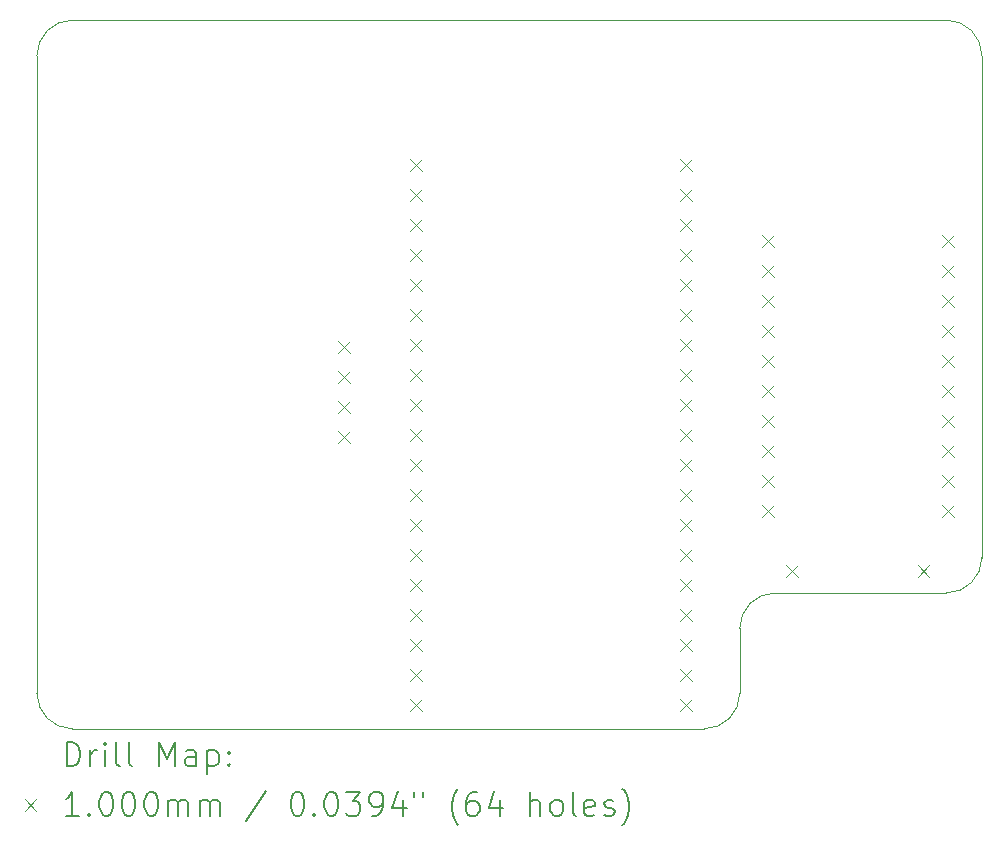
<source format=gbr>
%TF.GenerationSoftware,KiCad,Pcbnew,(6.0.9)*%
%TF.CreationDate,2023-02-13T20:08:36+02:00*%
%TF.ProjectId,vodesht_vyzel,766f6465-7368-4745-9f76-797a656c2e6b,rev?*%
%TF.SameCoordinates,Original*%
%TF.FileFunction,Drillmap*%
%TF.FilePolarity,Positive*%
%FSLAX45Y45*%
G04 Gerber Fmt 4.5, Leading zero omitted, Abs format (unit mm)*
G04 Created by KiCad (PCBNEW (6.0.9)) date 2023-02-13 20:08:36*
%MOMM*%
%LPD*%
G01*
G04 APERTURE LIST*
%ADD10C,0.100000*%
%ADD11C,0.200000*%
G04 APERTURE END LIST*
D10*
X11500000Y-7000000D02*
X11500000Y-12400000D01*
X17450000Y-12400000D02*
X17450000Y-11850000D01*
X17150000Y-12700000D02*
G75*
G03*
X17450000Y-12400000I0J300000D01*
G01*
X11800000Y-12700000D02*
X17150000Y-12700000D01*
X11800000Y-6700000D02*
G75*
G03*
X11500000Y-7000000I0J-300000D01*
G01*
X19200000Y-11550000D02*
X17750000Y-11550000D01*
X19200000Y-11550000D02*
G75*
G03*
X19500000Y-11250000I0J300000D01*
G01*
X19500000Y-7000000D02*
G75*
G03*
X19200000Y-6700000I-300000J0D01*
G01*
X17750000Y-11550000D02*
G75*
G03*
X17450000Y-11850000I0J-300000D01*
G01*
X19500000Y-11250000D02*
X19500000Y-7000000D01*
X11500000Y-12400000D02*
G75*
G03*
X11800000Y-12700000I300000J0D01*
G01*
X19200000Y-6700000D02*
X11800000Y-6700000D01*
D11*
D10*
X14050000Y-9419000D02*
X14150000Y-9519000D01*
X14150000Y-9419000D02*
X14050000Y-9519000D01*
X14050000Y-9673000D02*
X14150000Y-9773000D01*
X14150000Y-9673000D02*
X14050000Y-9773000D01*
X14050000Y-9927000D02*
X14150000Y-10027000D01*
X14150000Y-9927000D02*
X14050000Y-10027000D01*
X14050000Y-10181000D02*
X14150000Y-10281000D01*
X14150000Y-10181000D02*
X14050000Y-10281000D01*
X14657000Y-7876000D02*
X14757000Y-7976000D01*
X14757000Y-7876000D02*
X14657000Y-7976000D01*
X14657000Y-8130000D02*
X14757000Y-8230000D01*
X14757000Y-8130000D02*
X14657000Y-8230000D01*
X14657000Y-8384000D02*
X14757000Y-8484000D01*
X14757000Y-8384000D02*
X14657000Y-8484000D01*
X14657000Y-8638000D02*
X14757000Y-8738000D01*
X14757000Y-8638000D02*
X14657000Y-8738000D01*
X14657000Y-8892000D02*
X14757000Y-8992000D01*
X14757000Y-8892000D02*
X14657000Y-8992000D01*
X14657000Y-9146000D02*
X14757000Y-9246000D01*
X14757000Y-9146000D02*
X14657000Y-9246000D01*
X14657000Y-9400000D02*
X14757000Y-9500000D01*
X14757000Y-9400000D02*
X14657000Y-9500000D01*
X14657000Y-9654000D02*
X14757000Y-9754000D01*
X14757000Y-9654000D02*
X14657000Y-9754000D01*
X14657000Y-9908000D02*
X14757000Y-10008000D01*
X14757000Y-9908000D02*
X14657000Y-10008000D01*
X14657000Y-10162000D02*
X14757000Y-10262000D01*
X14757000Y-10162000D02*
X14657000Y-10262000D01*
X14657000Y-10416000D02*
X14757000Y-10516000D01*
X14757000Y-10416000D02*
X14657000Y-10516000D01*
X14657000Y-10670000D02*
X14757000Y-10770000D01*
X14757000Y-10670000D02*
X14657000Y-10770000D01*
X14657000Y-10924000D02*
X14757000Y-11024000D01*
X14757000Y-10924000D02*
X14657000Y-11024000D01*
X14657000Y-11178000D02*
X14757000Y-11278000D01*
X14757000Y-11178000D02*
X14657000Y-11278000D01*
X14657000Y-11432000D02*
X14757000Y-11532000D01*
X14757000Y-11432000D02*
X14657000Y-11532000D01*
X14657000Y-11686000D02*
X14757000Y-11786000D01*
X14757000Y-11686000D02*
X14657000Y-11786000D01*
X14657000Y-11940000D02*
X14757000Y-12040000D01*
X14757000Y-11940000D02*
X14657000Y-12040000D01*
X14657000Y-12194000D02*
X14757000Y-12294000D01*
X14757000Y-12194000D02*
X14657000Y-12294000D01*
X14657000Y-12448000D02*
X14757000Y-12548000D01*
X14757000Y-12448000D02*
X14657000Y-12548000D01*
X16943000Y-7880000D02*
X17043000Y-7980000D01*
X17043000Y-7880000D02*
X16943000Y-7980000D01*
X16943000Y-8134000D02*
X17043000Y-8234000D01*
X17043000Y-8134000D02*
X16943000Y-8234000D01*
X16943000Y-8388000D02*
X17043000Y-8488000D01*
X17043000Y-8388000D02*
X16943000Y-8488000D01*
X16943000Y-8642000D02*
X17043000Y-8742000D01*
X17043000Y-8642000D02*
X16943000Y-8742000D01*
X16943000Y-8896000D02*
X17043000Y-8996000D01*
X17043000Y-8896000D02*
X16943000Y-8996000D01*
X16943000Y-9150000D02*
X17043000Y-9250000D01*
X17043000Y-9150000D02*
X16943000Y-9250000D01*
X16943000Y-9404000D02*
X17043000Y-9504000D01*
X17043000Y-9404000D02*
X16943000Y-9504000D01*
X16943000Y-9658000D02*
X17043000Y-9758000D01*
X17043000Y-9658000D02*
X16943000Y-9758000D01*
X16943000Y-9912000D02*
X17043000Y-10012000D01*
X17043000Y-9912000D02*
X16943000Y-10012000D01*
X16943000Y-10166000D02*
X17043000Y-10266000D01*
X17043000Y-10166000D02*
X16943000Y-10266000D01*
X16943000Y-10420000D02*
X17043000Y-10520000D01*
X17043000Y-10420000D02*
X16943000Y-10520000D01*
X16943000Y-10674000D02*
X17043000Y-10774000D01*
X17043000Y-10674000D02*
X16943000Y-10774000D01*
X16943000Y-10928000D02*
X17043000Y-11028000D01*
X17043000Y-10928000D02*
X16943000Y-11028000D01*
X16943000Y-11182000D02*
X17043000Y-11282000D01*
X17043000Y-11182000D02*
X16943000Y-11282000D01*
X16943000Y-11436000D02*
X17043000Y-11536000D01*
X17043000Y-11436000D02*
X16943000Y-11536000D01*
X16943000Y-11690000D02*
X17043000Y-11790000D01*
X17043000Y-11690000D02*
X16943000Y-11790000D01*
X16943000Y-11944000D02*
X17043000Y-12044000D01*
X17043000Y-11944000D02*
X16943000Y-12044000D01*
X16943000Y-12198000D02*
X17043000Y-12298000D01*
X17043000Y-12198000D02*
X16943000Y-12298000D01*
X16943000Y-12452000D02*
X17043000Y-12552000D01*
X17043000Y-12452000D02*
X16943000Y-12552000D01*
X17638000Y-8519500D02*
X17738000Y-8619500D01*
X17738000Y-8519500D02*
X17638000Y-8619500D01*
X17638000Y-8773500D02*
X17738000Y-8873500D01*
X17738000Y-8773500D02*
X17638000Y-8873500D01*
X17638000Y-9027500D02*
X17738000Y-9127500D01*
X17738000Y-9027500D02*
X17638000Y-9127500D01*
X17638000Y-9281500D02*
X17738000Y-9381500D01*
X17738000Y-9281500D02*
X17638000Y-9381500D01*
X17638000Y-9535500D02*
X17738000Y-9635500D01*
X17738000Y-9535500D02*
X17638000Y-9635500D01*
X17638000Y-9789500D02*
X17738000Y-9889500D01*
X17738000Y-9789500D02*
X17638000Y-9889500D01*
X17638000Y-10043500D02*
X17738000Y-10143500D01*
X17738000Y-10043500D02*
X17638000Y-10143500D01*
X17638000Y-10297500D02*
X17738000Y-10397500D01*
X17738000Y-10297500D02*
X17638000Y-10397500D01*
X17638000Y-10551500D02*
X17738000Y-10651500D01*
X17738000Y-10551500D02*
X17638000Y-10651500D01*
X17638000Y-10805500D02*
X17738000Y-10905500D01*
X17738000Y-10805500D02*
X17638000Y-10905500D01*
X17844000Y-11313500D02*
X17944000Y-11413500D01*
X17944000Y-11313500D02*
X17844000Y-11413500D01*
X18956000Y-11313500D02*
X19056000Y-11413500D01*
X19056000Y-11313500D02*
X18956000Y-11413500D01*
X19162000Y-8519500D02*
X19262000Y-8619500D01*
X19262000Y-8519500D02*
X19162000Y-8619500D01*
X19162000Y-8773500D02*
X19262000Y-8873500D01*
X19262000Y-8773500D02*
X19162000Y-8873500D01*
X19162000Y-9027500D02*
X19262000Y-9127500D01*
X19262000Y-9027500D02*
X19162000Y-9127500D01*
X19162000Y-9281500D02*
X19262000Y-9381500D01*
X19262000Y-9281500D02*
X19162000Y-9381500D01*
X19162000Y-9535500D02*
X19262000Y-9635500D01*
X19262000Y-9535500D02*
X19162000Y-9635500D01*
X19162000Y-9789500D02*
X19262000Y-9889500D01*
X19262000Y-9789500D02*
X19162000Y-9889500D01*
X19162000Y-10043500D02*
X19262000Y-10143500D01*
X19262000Y-10043500D02*
X19162000Y-10143500D01*
X19162000Y-10297500D02*
X19262000Y-10397500D01*
X19262000Y-10297500D02*
X19162000Y-10397500D01*
X19162000Y-10551500D02*
X19262000Y-10651500D01*
X19262000Y-10551500D02*
X19162000Y-10651500D01*
X19162000Y-10805500D02*
X19262000Y-10905500D01*
X19262000Y-10805500D02*
X19162000Y-10905500D01*
D11*
X11752619Y-13015476D02*
X11752619Y-12815476D01*
X11800238Y-12815476D01*
X11828809Y-12825000D01*
X11847857Y-12844048D01*
X11857381Y-12863095D01*
X11866905Y-12901190D01*
X11866905Y-12929762D01*
X11857381Y-12967857D01*
X11847857Y-12986905D01*
X11828809Y-13005952D01*
X11800238Y-13015476D01*
X11752619Y-13015476D01*
X11952619Y-13015476D02*
X11952619Y-12882143D01*
X11952619Y-12920238D02*
X11962143Y-12901190D01*
X11971667Y-12891667D01*
X11990714Y-12882143D01*
X12009762Y-12882143D01*
X12076428Y-13015476D02*
X12076428Y-12882143D01*
X12076428Y-12815476D02*
X12066905Y-12825000D01*
X12076428Y-12834524D01*
X12085952Y-12825000D01*
X12076428Y-12815476D01*
X12076428Y-12834524D01*
X12200238Y-13015476D02*
X12181190Y-13005952D01*
X12171667Y-12986905D01*
X12171667Y-12815476D01*
X12305000Y-13015476D02*
X12285952Y-13005952D01*
X12276428Y-12986905D01*
X12276428Y-12815476D01*
X12533571Y-13015476D02*
X12533571Y-12815476D01*
X12600238Y-12958333D01*
X12666905Y-12815476D01*
X12666905Y-13015476D01*
X12847857Y-13015476D02*
X12847857Y-12910714D01*
X12838333Y-12891667D01*
X12819286Y-12882143D01*
X12781190Y-12882143D01*
X12762143Y-12891667D01*
X12847857Y-13005952D02*
X12828809Y-13015476D01*
X12781190Y-13015476D01*
X12762143Y-13005952D01*
X12752619Y-12986905D01*
X12752619Y-12967857D01*
X12762143Y-12948809D01*
X12781190Y-12939286D01*
X12828809Y-12939286D01*
X12847857Y-12929762D01*
X12943095Y-12882143D02*
X12943095Y-13082143D01*
X12943095Y-12891667D02*
X12962143Y-12882143D01*
X13000238Y-12882143D01*
X13019286Y-12891667D01*
X13028809Y-12901190D01*
X13038333Y-12920238D01*
X13038333Y-12977381D01*
X13028809Y-12996428D01*
X13019286Y-13005952D01*
X13000238Y-13015476D01*
X12962143Y-13015476D01*
X12943095Y-13005952D01*
X13124048Y-12996428D02*
X13133571Y-13005952D01*
X13124048Y-13015476D01*
X13114524Y-13005952D01*
X13124048Y-12996428D01*
X13124048Y-13015476D01*
X13124048Y-12891667D02*
X13133571Y-12901190D01*
X13124048Y-12910714D01*
X13114524Y-12901190D01*
X13124048Y-12891667D01*
X13124048Y-12910714D01*
D10*
X11395000Y-13295000D02*
X11495000Y-13395000D01*
X11495000Y-13295000D02*
X11395000Y-13395000D01*
D11*
X11857381Y-13435476D02*
X11743095Y-13435476D01*
X11800238Y-13435476D02*
X11800238Y-13235476D01*
X11781190Y-13264048D01*
X11762143Y-13283095D01*
X11743095Y-13292619D01*
X11943095Y-13416428D02*
X11952619Y-13425952D01*
X11943095Y-13435476D01*
X11933571Y-13425952D01*
X11943095Y-13416428D01*
X11943095Y-13435476D01*
X12076428Y-13235476D02*
X12095476Y-13235476D01*
X12114524Y-13245000D01*
X12124048Y-13254524D01*
X12133571Y-13273571D01*
X12143095Y-13311667D01*
X12143095Y-13359286D01*
X12133571Y-13397381D01*
X12124048Y-13416428D01*
X12114524Y-13425952D01*
X12095476Y-13435476D01*
X12076428Y-13435476D01*
X12057381Y-13425952D01*
X12047857Y-13416428D01*
X12038333Y-13397381D01*
X12028809Y-13359286D01*
X12028809Y-13311667D01*
X12038333Y-13273571D01*
X12047857Y-13254524D01*
X12057381Y-13245000D01*
X12076428Y-13235476D01*
X12266905Y-13235476D02*
X12285952Y-13235476D01*
X12305000Y-13245000D01*
X12314524Y-13254524D01*
X12324048Y-13273571D01*
X12333571Y-13311667D01*
X12333571Y-13359286D01*
X12324048Y-13397381D01*
X12314524Y-13416428D01*
X12305000Y-13425952D01*
X12285952Y-13435476D01*
X12266905Y-13435476D01*
X12247857Y-13425952D01*
X12238333Y-13416428D01*
X12228809Y-13397381D01*
X12219286Y-13359286D01*
X12219286Y-13311667D01*
X12228809Y-13273571D01*
X12238333Y-13254524D01*
X12247857Y-13245000D01*
X12266905Y-13235476D01*
X12457381Y-13235476D02*
X12476428Y-13235476D01*
X12495476Y-13245000D01*
X12505000Y-13254524D01*
X12514524Y-13273571D01*
X12524048Y-13311667D01*
X12524048Y-13359286D01*
X12514524Y-13397381D01*
X12505000Y-13416428D01*
X12495476Y-13425952D01*
X12476428Y-13435476D01*
X12457381Y-13435476D01*
X12438333Y-13425952D01*
X12428809Y-13416428D01*
X12419286Y-13397381D01*
X12409762Y-13359286D01*
X12409762Y-13311667D01*
X12419286Y-13273571D01*
X12428809Y-13254524D01*
X12438333Y-13245000D01*
X12457381Y-13235476D01*
X12609762Y-13435476D02*
X12609762Y-13302143D01*
X12609762Y-13321190D02*
X12619286Y-13311667D01*
X12638333Y-13302143D01*
X12666905Y-13302143D01*
X12685952Y-13311667D01*
X12695476Y-13330714D01*
X12695476Y-13435476D01*
X12695476Y-13330714D02*
X12705000Y-13311667D01*
X12724048Y-13302143D01*
X12752619Y-13302143D01*
X12771667Y-13311667D01*
X12781190Y-13330714D01*
X12781190Y-13435476D01*
X12876428Y-13435476D02*
X12876428Y-13302143D01*
X12876428Y-13321190D02*
X12885952Y-13311667D01*
X12905000Y-13302143D01*
X12933571Y-13302143D01*
X12952619Y-13311667D01*
X12962143Y-13330714D01*
X12962143Y-13435476D01*
X12962143Y-13330714D02*
X12971667Y-13311667D01*
X12990714Y-13302143D01*
X13019286Y-13302143D01*
X13038333Y-13311667D01*
X13047857Y-13330714D01*
X13047857Y-13435476D01*
X13438333Y-13225952D02*
X13266905Y-13483095D01*
X13695476Y-13235476D02*
X13714524Y-13235476D01*
X13733571Y-13245000D01*
X13743095Y-13254524D01*
X13752619Y-13273571D01*
X13762143Y-13311667D01*
X13762143Y-13359286D01*
X13752619Y-13397381D01*
X13743095Y-13416428D01*
X13733571Y-13425952D01*
X13714524Y-13435476D01*
X13695476Y-13435476D01*
X13676428Y-13425952D01*
X13666905Y-13416428D01*
X13657381Y-13397381D01*
X13647857Y-13359286D01*
X13647857Y-13311667D01*
X13657381Y-13273571D01*
X13666905Y-13254524D01*
X13676428Y-13245000D01*
X13695476Y-13235476D01*
X13847857Y-13416428D02*
X13857381Y-13425952D01*
X13847857Y-13435476D01*
X13838333Y-13425952D01*
X13847857Y-13416428D01*
X13847857Y-13435476D01*
X13981190Y-13235476D02*
X14000238Y-13235476D01*
X14019286Y-13245000D01*
X14028809Y-13254524D01*
X14038333Y-13273571D01*
X14047857Y-13311667D01*
X14047857Y-13359286D01*
X14038333Y-13397381D01*
X14028809Y-13416428D01*
X14019286Y-13425952D01*
X14000238Y-13435476D01*
X13981190Y-13435476D01*
X13962143Y-13425952D01*
X13952619Y-13416428D01*
X13943095Y-13397381D01*
X13933571Y-13359286D01*
X13933571Y-13311667D01*
X13943095Y-13273571D01*
X13952619Y-13254524D01*
X13962143Y-13245000D01*
X13981190Y-13235476D01*
X14114524Y-13235476D02*
X14238333Y-13235476D01*
X14171667Y-13311667D01*
X14200238Y-13311667D01*
X14219286Y-13321190D01*
X14228809Y-13330714D01*
X14238333Y-13349762D01*
X14238333Y-13397381D01*
X14228809Y-13416428D01*
X14219286Y-13425952D01*
X14200238Y-13435476D01*
X14143095Y-13435476D01*
X14124048Y-13425952D01*
X14114524Y-13416428D01*
X14333571Y-13435476D02*
X14371667Y-13435476D01*
X14390714Y-13425952D01*
X14400238Y-13416428D01*
X14419286Y-13387857D01*
X14428809Y-13349762D01*
X14428809Y-13273571D01*
X14419286Y-13254524D01*
X14409762Y-13245000D01*
X14390714Y-13235476D01*
X14352619Y-13235476D01*
X14333571Y-13245000D01*
X14324048Y-13254524D01*
X14314524Y-13273571D01*
X14314524Y-13321190D01*
X14324048Y-13340238D01*
X14333571Y-13349762D01*
X14352619Y-13359286D01*
X14390714Y-13359286D01*
X14409762Y-13349762D01*
X14419286Y-13340238D01*
X14428809Y-13321190D01*
X14600238Y-13302143D02*
X14600238Y-13435476D01*
X14552619Y-13225952D02*
X14505000Y-13368809D01*
X14628809Y-13368809D01*
X14695476Y-13235476D02*
X14695476Y-13273571D01*
X14771667Y-13235476D02*
X14771667Y-13273571D01*
X15066905Y-13511667D02*
X15057381Y-13502143D01*
X15038333Y-13473571D01*
X15028809Y-13454524D01*
X15019286Y-13425952D01*
X15009762Y-13378333D01*
X15009762Y-13340238D01*
X15019286Y-13292619D01*
X15028809Y-13264048D01*
X15038333Y-13245000D01*
X15057381Y-13216428D01*
X15066905Y-13206905D01*
X15228809Y-13235476D02*
X15190714Y-13235476D01*
X15171667Y-13245000D01*
X15162143Y-13254524D01*
X15143095Y-13283095D01*
X15133571Y-13321190D01*
X15133571Y-13397381D01*
X15143095Y-13416428D01*
X15152619Y-13425952D01*
X15171667Y-13435476D01*
X15209762Y-13435476D01*
X15228809Y-13425952D01*
X15238333Y-13416428D01*
X15247857Y-13397381D01*
X15247857Y-13349762D01*
X15238333Y-13330714D01*
X15228809Y-13321190D01*
X15209762Y-13311667D01*
X15171667Y-13311667D01*
X15152619Y-13321190D01*
X15143095Y-13330714D01*
X15133571Y-13349762D01*
X15419286Y-13302143D02*
X15419286Y-13435476D01*
X15371667Y-13225952D02*
X15324048Y-13368809D01*
X15447857Y-13368809D01*
X15676428Y-13435476D02*
X15676428Y-13235476D01*
X15762143Y-13435476D02*
X15762143Y-13330714D01*
X15752619Y-13311667D01*
X15733571Y-13302143D01*
X15705000Y-13302143D01*
X15685952Y-13311667D01*
X15676428Y-13321190D01*
X15885952Y-13435476D02*
X15866905Y-13425952D01*
X15857381Y-13416428D01*
X15847857Y-13397381D01*
X15847857Y-13340238D01*
X15857381Y-13321190D01*
X15866905Y-13311667D01*
X15885952Y-13302143D01*
X15914524Y-13302143D01*
X15933571Y-13311667D01*
X15943095Y-13321190D01*
X15952619Y-13340238D01*
X15952619Y-13397381D01*
X15943095Y-13416428D01*
X15933571Y-13425952D01*
X15914524Y-13435476D01*
X15885952Y-13435476D01*
X16066905Y-13435476D02*
X16047857Y-13425952D01*
X16038333Y-13406905D01*
X16038333Y-13235476D01*
X16219286Y-13425952D02*
X16200238Y-13435476D01*
X16162143Y-13435476D01*
X16143095Y-13425952D01*
X16133571Y-13406905D01*
X16133571Y-13330714D01*
X16143095Y-13311667D01*
X16162143Y-13302143D01*
X16200238Y-13302143D01*
X16219286Y-13311667D01*
X16228809Y-13330714D01*
X16228809Y-13349762D01*
X16133571Y-13368809D01*
X16305000Y-13425952D02*
X16324048Y-13435476D01*
X16362143Y-13435476D01*
X16381190Y-13425952D01*
X16390714Y-13406905D01*
X16390714Y-13397381D01*
X16381190Y-13378333D01*
X16362143Y-13368809D01*
X16333571Y-13368809D01*
X16314524Y-13359286D01*
X16305000Y-13340238D01*
X16305000Y-13330714D01*
X16314524Y-13311667D01*
X16333571Y-13302143D01*
X16362143Y-13302143D01*
X16381190Y-13311667D01*
X16457381Y-13511667D02*
X16466905Y-13502143D01*
X16485952Y-13473571D01*
X16495476Y-13454524D01*
X16505000Y-13425952D01*
X16514524Y-13378333D01*
X16514524Y-13340238D01*
X16505000Y-13292619D01*
X16495476Y-13264048D01*
X16485952Y-13245000D01*
X16466905Y-13216428D01*
X16457381Y-13206905D01*
M02*

</source>
